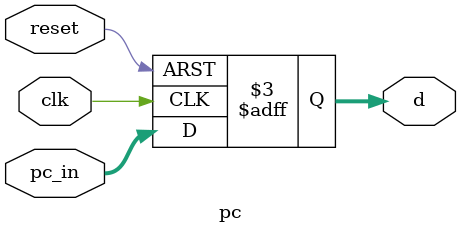
<source format=sv>
`timescale 1ns / 1ps


module pc (
    input logic [31:0] pc_in,
    input logic clk,
    input logic reset,
    output logic [31:0] d
);

    always_ff @(posedge clk or negedge reset) begin
        if (!reset)
            d <= 32'b0;
        else
            d <= pc_in;
    end

endmodule

</source>
